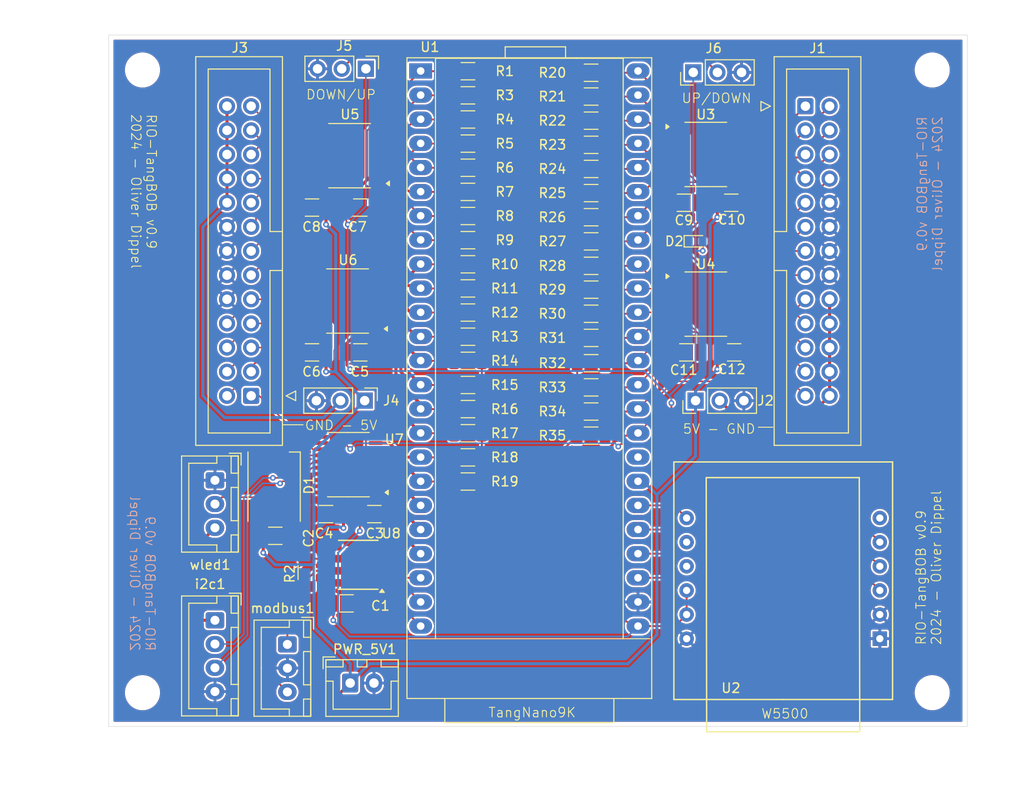
<source format=kicad_pcb>
(kicad_pcb (version 20240108) (generator "pcbnew") (generator_version "8.0")
  (layers (0 "F.Cu" signal) (31 "B.Cu" signal) (34 "B.Paste" user) (35 "F.Paste" user) (36 "B.SilkS" user "B.Silkscreen") (37 "F.SilkS" user "F.Silkscreen") (38 "B.Mask" user) (39 "F.Mask" user) (44 "Edge.Cuts" user))
  (net 0 "")
  (net 1 "GND")
  (net 2 "39")
  (net 3 "63")
  (net 4 "85")
  (net 5 "82")
  (net 6 "81")
  (net 7 "77")
  (net 8 "3V3")
  (net 9 "83")
  (net 10 "71")
  (net 11 "27")
  (net 12 "73")
  (net 13 "80")
  (net 14 "28")
  (net 15 "75")
  (net 16 "38")
  (net 17 "76")
  (net 18 "84")
  (net 19 "74")
  (net 20 "36")
  (net 21 "25")
  (net 22 "5V")
  (net 23 "79")
  (net 24 "72")
  (net 25 "26")
  (net 26 "86")
  (net 27 "37")
  (net 31 "Net-(J1-Pin_18)")
  (net 32 "Net-(U1-39_IOB33A_TF_MISO)")
  (net 33 "Net-(U1-RGB_INIT_IOR5A_63)")
  (net 34 "Net-(U1-IOT8B_85)")
  (net 35 "Net-(U1-IOT11A_82)")
  (net 36 "Net-(U1-IOT11B_81)")
  (net 37 "Net-(U1-SPILCD_MO_IOT37A_77)")
  (net 38 "Net-(U1-IOT10B_83)")
  (net 39 "Net-(U1-HDMI_D0P_RGB_R7_IOT41A_71)")
  (net 40 "Net-(U1-27_IOB11A)")
  (net 41 "Net-(U1-HDMI_D1P_RGB_R5_IOT39A_73)")
  (net 42 "Net-(U1-IOT12A_80)")
  (net 43 "Net-(U1-28_IOB11B)")
  (net 44 "Net-(U1-HDMI_D2P_RGB_R3_IOT38A_75)")
  (net 45 "Net-(U1-38_IOB31B_TF_CS)")
  (net 46 "Net-(U1-SPILCD_CK_IOT37B_76)")
  (net 47 "Net-(U1-IOT10A_84)")
  (net 48 "Net-(U1-HDMI_D2N_RGB_R4_IOT38B_74)")
  (net 49 "Net-(U1-36_IOB29B_TF_SCLK_GCLKC_4)")
  (net 50 "Net-(U1-25_IOB8A)")
  (net 51 "Net-(U1-IOT12B_79)")
  (net 52 "Net-(U1-HDMI_D1N_RGB_R6_IOT39B_72)")
  (net 53 "Net-(U1-26_IOB8B)")
  (net 54 "Net-(U1-RGB_BL_IOT8A_86)")
  (net 55 "Net-(U1-37_IOB31A_TF_MOSI)")
  (net 56 "Net-(U1-42_IOB41B_RGB_B6)")
  (net 57 "Net-(U1-30_IOB13B)")
  (net 58 "Net-(U1-40_IOB33B_RGB_HS)")
  (net 59 "Net-(U1-56_IOR14A_RGB_G6)")
  (net 60 "Net-(U1-34_IOB23B_RGB_VS)")
  (net 61 "Net-(U1-29_IOB13A)")
  (net 62 "32")
  (net 63 "Net-(U1-55_IOR14B_RGB_G7)")
  (net 64 "Net-(U1-41_IOB41A_RGB_B7)")
  (net 65 "31")
  (net 66 "Net-(U1-33_IOB23A_RGB_DE)")
  (net 67 "48")
  (net 68 "Net-(U1-53_IOB15B_RGB_B4)")
  (net 69 "Net-(U1-54_IOB15A_RGB_B3)")
  (net 70 "Net-(U1-51_IOR17B_RGB_B5_GCLKC_3)")
  (net 71 "Net-(U1-35_IOB29A_RGB_CK_GCLKT_4)")
  (net 72 "70")
  (net 73 "49")
  (net 74 "33")
  (net 75 "29")
  (net 76 "35")
  (net 77 "40")
  (net 78 "30")
  (net 79 "34")
  (net 80 "41")
  (net 81 "42")
  (net 82 "68")
  (net 83 "69")
  (net 84 "54")
  (net 85 "55")
  (net 86 "56")
  (net 87 "53")
  (net 88 "57")
  (net 89 "51")
  (net 90 "Net-(J3-Pin_18)")
  (net 91 "Net-(D1-DOUT)")
  (net 92 "Net-(U8-A)")
  (net 93 "Net-(U8-B)")
  (net 94 "Net-(J5-Pin_2)")
  (net 95 "Net-(J6-Pin_2)")
  (net 102 "2V7")
  (footprint "Package_SO:TSSOP-20_4.4x6.5mm_P0.65mm" (layer "F.Cu") (at 143.3165 54.864)
    (property "Reference" "U3")
    (property "Value" "TXS0108EPW")
  )
  (footprint "Resistor_SMD:R_1206_3216Metric" (layer "F.Cu") (at 118.3025 68.961)
    (property "Reference" "R11")
    (property "Value" "10k")
  )
  (footprint "WIZ850io-KiCad-library:WIZ850io" (layer "F.Cu") (at 151.4602 105.8222 180)
    (property "Reference" "U2")
    (property "Value" "WIZ850io")
  )
  (footprint "Resistor_SMD:R_1206_3216Metric" (layer "F.Cu") (at 118.3025 48.641)
    (property "Reference" "R3")
    (property "Value" "10k")
  )
  (footprint "Capacitor_SMD:C_1206_3216Metric" (layer "F.Cu") (at 146.304 75.692)
    (property "Reference" "C12")
    (property "Value" "100n")
  )
  (footprint "Resistor_SMD:R_1206_3216Metric" (layer "F.Cu") (at 118.3025 66.421)
    (property "Reference" "R10")
    (property "Value" "10k")
  )
  (footprint "Resistor_SMD:R_1206_3216Metric" (layer "F.Cu") (at 118.2985 58.801)
    (property "Reference" "R7")
    (property "Value" "10k")
  )
  (footprint "Resistor_SMD:R_1206_3216Metric" (layer "F.Cu") (at 131.2565 48.768 180)
    (property "Reference" "R21")
    (property "Value" "10k")
  )
  (footprint "Resistor_SMD:R_1206_3216Metric" (layer "F.Cu") (at 131.2565 51.308 180)
    (property "Reference" "R22")
    (property "Value" "10k")
  )
  (footprint "Resistor_SMD:R_1206_3216Metric" (layer "F.Cu") (at 118.2985 86.741)
    (property "Reference" "R18")
    (property "Value" "10k")
  )
  (footprint "Resistor_SMD:R_1206_3216Metric" (layer "F.Cu") (at 118.3025 81.661)
    (property "Reference" "R16")
    (property "Value" "10k")
  )
  (footprint "Package_SO:Diodes_SO-8EP" (layer "F.Cu") (at 106.7645 98.044 180)
    (property "Reference" "U8")
    (property "Value" "MAX485E" (hide yes))
  )
  (footprint "Package_SO:TSSOP-20_4.4x6.5mm_P0.65mm" (layer "F.Cu") (at 105.7325 87.507 180)
    (property "Reference" "U7")
    (property "Value" "TXS0108EPW" (hide yes))
  )
  (footprint "Resistor_SMD:R_1206_3216Metric" (layer "F.Cu") (at 131.2565 46.264 180)
    (property "Reference" "R20")
    (property "Value" "10k")
  )
  (footprint "Connector_PinHeader_2.54mm:PinHeader_1x03_P2.54mm_Vertical" (layer "F.Cu") (at 142.24 80.772 90)
    (property "Reference" "J2")
    (property "Value" "Conn_01x03" (hide yes))
  )
  (footprint "Resistor_SMD:R_1206_3216Metric" (layer "F.Cu") (at 131.2565 81.915 180)
    (property "Reference" "R34")
    (property "Value" "10k")
  )
  (footprint "Connector_JST:JST_XH_B3B-XH-A_1x03_P2.50mm_Vertical" (layer "F.Cu") (at 99.314 106.426 -90)
    (property "Reference" "modbus1")
    (property "Value" "Conn_01x03" (hide yes))
  )
  (footprint "Resistor_SMD:R_1206_3216Metric" (layer "F.Cu") (at 131.2565 56.388 180)
    (property "Reference" "R24")
    (property "Value" "10k")
  )
  (footprint "Package_SO:TSSOP-20_4.4x6.5mm_P0.65mm" (layer "F.Cu") (at 105.6445 70.287 180)
    (property "Reference" "U6")
    (property "Value" "TXS0108EPW" (hide yes))
  )
  (footprint "Capacitor_SMD:C_1206_3216Metric" (layer "F.Cu") (at 103.378 92.71 180)
    (property "Reference" "C4")
    (property "Value" "100n")
  )
  (footprint "Capacitor_SMD:C_1206_3216Metric" (layer "F.Cu") (at 106.983 75.692)
    (property "Reference" "C5")
    (property "Value" "100n")
  )
  (footprint "Resistor_SMD:R_1206_3216Metric" (layer "F.Cu") (at 118.2985 61.341)
    (property "Reference" "R8")
    (property "Value" "10k")
  )
  (footprint "MountingHole:MountingHole_3.2mm_M3_DIN965" (layer "F.Cu") (at 84.074 111.506)
    (property "Reference" "H2" (hide yes))
    (property "Value" "MountingHole" (hide yes))
  )
  (footprint "Resistor_SMD:R_1206_3216Metric" (layer "F.Cu") (at 131.2565 66.584 180)
    (property "Reference" "R28")
    (property "Value" "10k")
  )
  (footprint "Capacitor_SMD:C_1206_3216Metric" (layer "F.Cu") (at 105.537 102.108)
    (property "Reference" "C1")
    (property "Value" "100n")
  )
  (footprint "Package_SO:TSSOP-20_4.4x6.5mm_P0.65mm" (layer "F.Cu") (at 105.8575 54.991 180)
    (property "Reference" "U5")
    (property "Value" "TXS0108EPW")
  )
  (footprint "LED_SMD:LED_WS2812B_PLCC4_5.0x5.0mm_P3.2mm" (layer "F.Cu") (at 97.918 89.826 90)
    (property "Reference" "D1")
    (property "Value" "WS2812B" (hide yes))
  )
  (footprint "Diode_SMD:D_SOD-523" (layer "F.Cu") (at 142.3 64)
    (property "Reference" "D2")
    (property "Value" "1N4148WT")
  )
  (footprint "Capacitor_SMD:C_1206_3216Metric" (layer "F.Cu") (at 101.903 60.452 180)
    (property "Reference" "C8")
    (property "Value" "100n")
  )
  (footprint "Connector_JST:JST_XH_B4B-XH-A_1x04_P2.50mm_Vertical" (layer "F.Cu") (at 91.694 103.886 -90)
    (property "Reference" "i2c1")
    (property "Value" "Conn_01x03" (hide yes))
  )
  (footprint "Resistor_SMD:R_1206_3216Metric" (layer "F.Cu") (at 118.3025 53.721)
    (property "Reference" "R5")
    (property "Value" "10k")
  )
  (footprint "Resistor_SMD:R_1206_3216Metric" (layer "F.Cu") (at 118.3025 56.261)
    (property "Reference" "R6")
    (property "Value" "10k")
  )
  (footprint "Capacitor_SMD:C_1206_3216Metric" (layer "F.Cu") (at 146.001 59.944)
    (property "Reference" "C10")
    (property "Value" "100n")
  )
  (footprint "Resistor_SMD:R_1206_3216Metric" (layer "F.Cu") (at 131.2565 76.835 180)
    (property "Reference" "R32")
    (property "Value" "10k")
  )
  (footprint "Resistor_SMD:R_1206_3216Metric" (layer "F.Cu") (at 118.3025 51.181)
    (property "Reference" "R4")
    (property "Value" "10k")
  )
  (footprint "Resistor_SMD:R_1206_3216Metric" (layer "F.Cu") (at 118.3025 71.501)
    (property "Reference" "R12")
    (property "Value" "10k")
  )
  (footprint "Resistor_SMD:R_1206_3216Metric" (layer "F.Cu") (at 118.3025 46.101)
    (property "Reference" "R1")
    (property "Value" "10k")
  )
  (footprint "MountingHole:MountingHole_3.2mm_M3_DIN965" (layer "F.Cu") (at 84.074 45.974)
    (property "Reference" "H1" (hide yes))
    (property "Value" "MountingHole" (hide yes))
  )
  (footprint "Resistor_SMD:R_1206_3216Metric" (layer "F.Cu") (at 131.2565 53.848 180)
    (property "Reference" "R23")
    (property "Value" "10k")
  )
  (footprint "Connector_JST:JST_XH_B2B-XH-A_1x02_P2.50mm_Vertical" (layer "F.Cu") (at 105.918 110.49)
    (property "Reference" "PWR_5V1")
    (property "Value" "Conn_01x03" (hide yes))
  )
  (footprint "Resistor_SMD:R_1206_3216Metric" (layer "F.Cu") (at 118.3025 74.041)
    (property "Reference" "R13")
    (property "Value" "10k")
  )
  (footprint "Capacitor_SMD:C_1206_3216Metric" (layer "F.Cu") (at 108.458 92.71)
    (property "Reference" "C3")
    (property "Value" "100n")
  )
  (footprint "Resistor_SMD:R_1206_3216Metric" (layer "F.Cu") (at 131.2565 69.088 180)
    (property "Reference" "R29")
    (property "Value" "10k")
  )
  (footprint "Connector_PinHeader_2.54mm:PinHeader_1x03_P2.54mm_Vertical" (layer "F.Cu") (at 107.569 45.847 -90)
    (property "Reference" "J5")
    (property "Value" "Conn_01x03" (hide yes))
  )
  (footprint "Resistor_SMD:R_1206_3216Metric" (layer "F.Cu") (at 118.3025 76.581)
    (property "Reference" "R14")
    (property "Value" "10k")
  )
  (footprint "Connector_IDC:IDC-Header_2x13_P2.54mm_Vertical" (layer "F.Cu") (at 95.504 80.264 180)
    (property "Reference" "J3")
    (property "Value" "Conn_02x13_Odd_Even" (hide yes))
  )
  (footprint "Connector_IDC:IDC-Header_2x13_P2.54mm_Vertical" (layer "F.Cu") (at 153.797 49.784)
    (property "Reference" "J1")
    (property "Value" "Conn_02x13_Odd_Even" (hide yes))
  )
  (footprint "Capacitor_SMD:C_1206_3216Metric" (layer "F.Cu") (at 141.019 59.944 180)
    (property "Reference" "C9")
    (property "Value" "100n")
  )
  (footprint "Resistor_SMD:R_1206_3216Metric" (layer "F.Cu") (at 118.3025 79.121)
    (property "Reference" "R15")
    (property "Value" "10k")
  )
  (footprint "Resistor_SMD:R_1206_3216Metric" (layer "F.Cu") (at 131.2565 58.928 180)
    (property "Reference" "R25")
    (property "Value" "10k")
  )
  (footprint "Resistor_SMD:R_1206_3216Metric" (layer "F.Cu") (at 131.2565 64.008 180)
    (property "Reference" "R27")
    (property "Value" "10k")
  )
  (footprint "Capacitor_SMD:C_1206_3216Metric" (layer "F.Cu") (at 141.273 75.692 180)
    (property "Reference" "C11")
    (property "Value" "100n")
  )
  (footprint "Resistor_SMD:R_1206_3216Metric" (layer "F.Cu") (at 131.2565 61.468 180)
    (property "Reference" "R26")
    (property "Value" "10k")
  )
  (footprint "Resistor_SMD:R_1206_3216Metric" (layer "F.Cu") (at 118.3025 89.281)
    (property "Reference" "R19")
    (property "Value" "10k")
  )
  (footprint "MountingHole:MountingHole_3.2mm_M3_DIN965" (layer "F.Cu") (at 167.132 45.974)
    (property "Reference" "H3" (hide yes))
    (property "Value" "MountingHole" (hide yes))
  )
  (footprint "Resistor_SMD:R_1206_3216Metric" (layer "F.Cu") (at 101.346 98.8675 -90)
    (property "Reference" "R2")
    (property "Value" "120")
  )
  (footprint "Resistor_SMD:R_1206_3216Metric" (layer "F.Cu") (at 131.2565 79.375 180)
    (property "Reference" "R33")
    (property "Value" "10k")
  )
  (footprint "Resistor_SMD:R_1206_3216Metric" (layer "F.Cu") (at 118.2985 84.201)
    (property "Reference" "R17")
    (property "Value" "10k")
  )
  (footprint "Connector_PinHeader_2.54mm:PinHeader_1x03_P2.54mm_Vertical" (layer "F.Cu") (at 107.442 80.772 -90)
    (property "Reference" "J4")
    (property "Value" "Conn_01x03" (hide yes))
  )
  (footprint "Resistor_SMD:R_1206_3216Metric" (layer "F.Cu") (at 118.3025 63.881)
    (property "Reference" "R9")
    (property "Value" "10k")
  )
  (footprint "Resistor_SMD:R_1206_3216Metric" (layer "F.Cu") (at 131.2565 84.455 180)
    (property "Reference" "R35")
    (property "Value" "10k")
  )
  (footprint "Package_SO:TSSOP-20_4.4x6.5mm_P0.65mm" (layer "F.Cu") (at 143.3245 70.612)
    (property "Reference" "U4")
    (property "Value" "TXS0108EPW")
  )
  (footprint "Connector_PinHeader_2.54mm:PinHeader_1x03_P2.54mm_Vertical" (layer "F.Cu") (at 142.001 46.228 90)
    (property "Reference" "J6")
    (property "Value" "Conn_01x03" (hide yes))
  )
  (footprint "Connector_JST:JST_XH_B3B-XH-A_1x03_P2.50mm_Vertical" (layer "F.Cu") (at 91.694 89.154 -90)
    (property "Reference" "wled1")
    (property "Value" "Conn_01x03" (hide yes))
  )
  (footprint "MountingHole:MountingHole_3.2mm_M3_DIN965" (layer "F.Cu") (at 167.132 111.506)
    (property "Reference" "H4" (hide yes))
    (property "Value" "MountingHole" (hide yes))
  )
  (footprint "Capacitor_SMD:C_1206_3216Metric" (layer "F.Cu") (at 101.903 75.692 180)
    (property "Reference" "C6")
    (property "Value" "100n")
  )
  (footprint "Resistor_SMD:R_1206_3216Metric" (layer "F.Cu") (at 131.2565 71.628 180)
    (property "Reference" "R30")
    (property "Value" "10k")
  )
  (footprint "Capacitor_SMD:C_1206_3216Metric" (layer "F.Cu") (at 98.044 94.996)
    (property "Reference" "C2")
    (property "Value" "100n")
  )
  (footprint "Resistor_SMD:R_1206_3216Metric" (layer "F.Cu") (at 131.2565 74.168 180)
    (property "Reference" "R31")
    (property "Value" "10k")
  )
  (footprint "Capacitor_SMD:C_1206_3216Metric" (layer "F.Cu") (at 106.983 60.452)
    (property "Reference" "C7")
    (property "Value" "100n")
  )
  (footprint "Mis_huellas:Tang_Nano_9k" (layer "F.Cu") (at 113.3298 46.0756)
    (property "Reference" "U1")
    (property "Value" "Tang_Nano_9k")
  )
  (gr_line (start 100.965 83.312) (end 98.806 83.312) (stroke (width 0.1)) (layer "F.SilkS"))
  (gr_line (start 148.844 83.566) (end 150.368 83.566) (stroke (width 0.1)) (layer "F.SilkS"))
  (gr_rect (start 80.518 42.291) (end 170.815 115.062) (stroke (width 0.05)) (fill none) (layer "Edge.Cuts"))
  (gr_text "RIO-TangBOB v0.9\n2024 - Oliver Dippel" (at 82.677 107.188 -90) (layer "B.SilkS") (effects (font (size 1 1) (thickness 0.1)) (justify left bottom mirror)))
  (gr_text "RIO-TangBOB v0.9\n2024 - Oliver Dippel" (at 168.275 50.8 90) (layer "B.SilkS") (effects (font (size 1 1) (thickness 0.1)) (justify left bottom mirror)))
  (gr_text "TangNano9K" (at 120.396 114.173 0) (layer "F.SilkS") (effects (font (size 1 1) (thickness 0.1)) (justify left bottom)))
  (gr_text "RIO-TangBOB v0.9\n2024 - Oliver Dippel" (at 168.148 106.553 90) (layer "F.SilkS") (effects (font (size 1 1) (thickness 0.1)) (justify left bottom)))
  (gr_text "W5500" (at 149.098 114.3 0) (layer "F.SilkS") (effects (font (size 1 1) (thickness 0.1)) (justify left bottom)))
  (gr_text "RIO-TangBOB v0.9\n2024 - Oliver Dippel" (at 82.804 50.546 -90) (layer "F.SilkS") (effects (font (size 1 1) (thickness 0.1)) (justify left bottom)))
  (gr_text "UP/DOWN" (at 140.716 49.53 0) (layer "F.SilkS") (effects (font (size 1 1) (thickness 0.1)) (justify left bottom)))
  (gr_text "DOWN/UP" (at 101.219 49.149 0) (layer "F.SilkS") (effects (font (size 1 1) (thickness 0.1)) (justify left bottom)))
  (gr_text "GND - 5V" (at 101.092 83.947 0) (layer "F.SilkS") (effects (font (size 1 1) (thickness 0.1)) (justify left bottom)))
  (gr_text "5V - GND" (at 140.843 84.328 0) (layer "F.SilkS") (effects (font (size 1 1) (thickness 0.1)) (justify left bottom)))
  (segment (start 102.995 54.666) (end 100.272884 54.666) (width 0.16) (layer "F.Cu") (net 2))
  (segment (start 97.534884 57.404) (end 95.504 57.404) (width 0.16) (layer "F.Cu") (net 2))
  (segment (start 100.272884 54.666) (end 97.534884 57.404) (width 0.16) (layer "F.Cu") (net 2))
  (segment (start 146.179 51.939) (end 146.834956 51.939) (width 0.2) (layer "F.Cu") (net 3))
  (segment (start 146.834956 51.939) (end 147.473956 52.578) (width 0.2) (layer "F.Cu") (net 3))
  (segment (start 147.473956 52.578) (end 151.003 52.578) (width 0.2) (layer "F.Cu") (net 3))
  (segment (start 151.003 52.578) (end 153.797 49.784) (width 0.2) (layer "F.Cu") (net 3))
  (segment (start 146.22 53.848) (end 152.273 53.848) (width 0.2) (layer "F.Cu") (net 4))
  (segment (start 146.179 53.889) (end 146.22 53.848) (width 0.2) (layer "F.Cu") (net 4))
  (segment (start 152.273 53.848) (end 153.797 52.324) (width 0.2) (layer "F.Cu") (net 4))
  (segment (start 155.187 56.014) (end 156.337 54.864) (width 0.2) (layer "F.Cu") (net 5))
  (segment (start 153.320654 56.014) (end 155.187 56.014) (width 0.2) (layer "F.Cu") (net 5))
  (segment (start 146.179 55.839) (end 153.145654 55.839) (width 0.2) (layer "F.Cu") (net 5))
  (segment (start 153.145654 55.839) (end 153.320654 56.014) (width 0.2) (layer "F.Cu") (net 5))
  (segment (start 146.179 56.489) (end 152.882 56.489) (width 0.2) (layer "F.Cu") (net 6))
  (segment (start 152.882 56.489) (end 153.797 57.404) (width 0.2) (layer "F.Cu") (net 6))
  (segment (start 147.294 68.987) (end 153.797 62.484) (width 0.16) (layer "F.Cu") (net 7))
  (segment (start 146.187 68.987) (end 147.294 68.987) (width 0.16) (layer "F.Cu") (net 7))
  (segment (start 107.582751 90.056751) (end 107.857501 89.782) (width 0.2) (layer "F.Cu") (net 8))
  (segment (start 105.508 62.074) (end 105.508 60.452) (width 0.16) (layer "F.Cu") (net 8))
  (segment (start 108.72 52.066) (end 107.982501 52.066) (width 0.16) (layer "F.Cu") (net 8))
  (segment (start 108.72 57.266) (end 107.97919 57.266) (width 0.32) (layer "F.Cu") (net 8))
  (segment (start 107.97919 57.266) (end 107.133595 58.111595) (width 0.32) (layer "F.Cu") (net 8))
  (segment (start 105.918 77.47) (end 105.508 77.06) (width 0.16) (layer "F.Cu") (net 8))
  (segment (start 105.508 59.73719) (end 105.508 60.452) (width 0.32) (layer "F.Cu") (net 8))
  (segment (start 108.507 72.562) (end 107.738 72.562) (width 0.32) (layer "F.Cu") (net 8))
  (segment (start 107.7025 52.346001) (end 107.7025 57.54269) (width 0.16) (layer "F.Cu") (net 8))
  (segment (start 108.507 67.362) (end 107.879328 67.362) (width 0.16) (layer "F.Cu") (net 8))
  (segment (start 107.133595 58.111595) (end 105.508 59.73719) (width 0.32) (layer "F.Cu") (net 8))
  (segment (start 133.35 89.408) (end 134.6024 88.1556) (width 0.2) (layer "F.Cu") (net 8))
  (segment (start 107.295 73.005) (end 105.508 74.792) (width 0.32) (layer "F.Cu") (net 8))
  (segment (start 104.14 102.186) (end 104.062 102.108) (width 0.2) (layer "F.Cu") (net 8))
  (segment (start 107.857501 89.782) (end 108.595 89.782) (width 0.2) (layer "F.Cu") (net 8))
  (segment (start 133.35 102.362) (end 133.35 89.408) (width 0.2) (layer "F.Cu") (net 8))
  (segment (start 105.508 77.06) (end 105.508 75.692) (width 0.16) (layer "F.Cu") (net 8))
  (segment (start 143 65) (end 143 64) (width 0.2) (layer "F.Cu") (net 8))
  (segment (start 134.6024 88.1556) (end 138.6664 88.1556) (width 0.2) (layer "F.Cu") (net 8))
  (segment (start 104.267 99.949) (end 104.267 100.076) (width 0.2) (layer "F.Cu") (net 8))
  (segment (start 107.7025 57.54269) (end 107.133595 58.111595) (width 0.16) (layer "F.Cu") (net 8))
  (segment (start 136.1898 104.4956) (end 140.0868 104.4956) (width 0.2) (layer "F.Cu") (net 8))
  (segment (start 105.508 74.792) (end 105.508 75.692) (width 0.32) (layer "F.Cu") (net 8))
  (segment (start 108.595 84.582) (end 107.857501 84.582) (width 0.16) (layer "F.Cu") (net 8))
  (segment (start 104.14 103.886) (end 104.14 102.186) (width 0.2) (layer "F.Cu") (net 8))
  (segment (start 135.4836 104.4956) (end 133.35 102.362) (width 0.2) (layer "F.Cu") (net 8))
  (segment (start 107.5775 84.862001) (end 107.5775 90.0515) (width 0.16) (layer "F.Cu") (net 8))
  (segment (start 107.879328 67.362) (end 107.295 67.946328) (width 0.16) (layer "F.Cu") (net 8))
  (segment (start 140.0868 104.4956) (end 141.3002 103.2822) (width 0.2) (layer "F.Cu") (net 8))
  (segment (start 104.062 100.281) (end 104.062 102.108) (width 0.2) (layer "F.Cu") (net 8))
  (segment (start 107.738 72.562) (end 107.295 73.005) (width 0.32) (layer "F.Cu") (net 8))
  (segment (start 139.7 87.122) (end 139.7 81.026) (width 0.2) (layer "F.Cu") (net 8))
  (segment (start 141.3002 103.2822) (end 141.3002 100.7422) (width 0.2) (layer "F.Cu") (net 8))
  (segment (start 107.857501 84.582) (end 107.5775 84.862001) (width 0.16) (layer "F.Cu") (net 8))
  (segment (start 106.934 94.488) (end 106.934 92.759) (width 0.2) (layer "F.Cu") (net 8))
  (segment (start 104.267 100.076) (end 104.062 100.281) (width 0.2) (layer "F.Cu") (net 8))
  (segment (start 105.664 62.23) (end 105.508 62.074) (width 0.16) (layer "F.Cu") (net 8))
  (segment (start 106.934 92.759) (end 106.983 92.71) (width 0.2) (layer "F.Cu") (net 8))
  (segment (start 107.5775 90.0515) (end 107.582751 90.056751) (width 0.16) (layer "F.Cu") (net 8))
  (segment (start 106.983 90.656501) (end 107.582751 90.056751) (width 0.2) (layer "F.Cu") (net 8))
  (segment (start 107.982501 52.066) (end 107.7025 52.346001) (width 0.16) (layer "F.Cu") (net 8))
  (segment (start 136.1898 104.4956) (end 135.4836 104.4956) (width 0.2) (layer "F.Cu") (net 8))
  (segment (start 138.6664 88.1556) (end 139.7 87.122) (width 0.2) (layer "F.Cu") (net 8))
  (segment (start 106.983 92.71) (end 106.983 90.656501) (width 0.2) (layer "F.Cu") (net 8))
  (segment (start 107.295 67.946328) (end 107.295 73.005) (width 0.16) (layer "F.Cu") (net 8))
  (via (at 104.14 103.886) (size 0.6) (drill 0.3) (layers "F.Cu" "B.Cu") (net 8))
  (via (at 139.7 81.026) (size 0.6) (drill 0.3) (layers "F.Cu" "B.Cu") (net 8))
  (via (at 143 65) (size 0.6) (drill 0.3) (layers "F.Cu" "B.Cu") (net 8))
  (via (at 105.918 77.47) (size 0.6) (drill 0.3) (layers "F.Cu" "B.Cu") (net 8))
  (via (at 106.934 94.488) (size 0.6) (drill 0.3) (layers "F.Cu" "B.Cu") (net 8))
  (via (at 105.664 62.23) (size 0.6) (drill 0.3) (layers "F.Cu" "B.Cu") (net 8))
  (segment (start 139.7 80.518) (end 139.446 80.264) (width 0.2) (layer "B.Cu") (net 8))
  (segment (start 107.569 45.847) (end 107.569 60.325) (width 0.16) (layer "B.Cu") (net 8))
  (segment (start 142.24 65) (end 142.24 62.192757) (width 0.2) (layer "B.Cu") (net 8))
  (segment (start 142.24 77.47) (end 142.24 65) (width 0.2) (layer "B.Cu") (net 8))
  (segment (start 135.0898 105.5956) (end 105.8496 105.5956) (width 0.2) (layer "B.Cu") (net 8))
  (segment (start 106.1036 77.6556) (end 105.918 77.47) (width 0.2) (layer "B.Cu") (net 8))
  (segment (start 104.775 104.521) (end 104.14 103.886) (width 0.2) (layer "B.Cu") (net 8))
  (segment (start 136.8376 77.6556) (end 106.1036 77.6556) (width 0.2) (layer "B.Cu") (net 8))
  (segment (start 139.7 81.026) (end 139.7 80.518) (width 0.2) (layer "B.Cu") (net 8))
  (segment (start 139.446 80.264) (end 142.24 77.47) (width 0.2) (layer "B.Cu") (net 8))
  (segment (start 104.648 104.394) (end 104.775 104.521) (width 0.2) (layer "B.Cu") (net 8))
  (segment (start 139.446 80.264) (end 136.8376 77.6556) (width 0.2) (layer "B.Cu") (net 8))
  (segment (start 105.664 62.23) (end 105.664 77.216) (width 0.16) (layer "B.Cu") (net 8))
  (segment (start 136.1898 104.4956) (end 135.0898 105.5956) (width 0.2) (layer "B.Cu") (net 8))
  (segment (start 104.648 96.774) (end 104.648 104.394) (width 0.2) (layer "B.Cu") (net 8))
  (segment (start 142.24 62.192757) (end 142.001 61.953757) (width 0.2) (layer "B.Cu") (net 8))
  (segment (start 105.8496 105.5956) (end 104.775 104.521) (width 0.2) (layer "B.Cu") (net 8))
  (segment (start 142.24 65) (end 143 65) (width 0.2) (layer "B.Cu") (net 8))
  (segment (start 105.664 77.216) (end 105.918 77.47) (width 0.16) (layer "B.Cu") (net 8))
  (segment (start 142.001 61.953757) (end 142.001 46.228) (width 0.2) (layer "B.Cu") (net 8))
  (segment (start 106.934 94.488) (end 104.648 96.774) (width 0.2) (layer "B.Cu") (net 8))
  (segment (start 107.569 60.325) (end 105.664 62.23) (width 0.16) (layer "B.Cu") (net 8))
  (segment (start 146.179 55.189) (end 153.472 55.189) (width 0.2) (layer "F.Cu") (net 9))
  (segment (start 153.472 55.189) (end 153.797 54.864) (width 0.2) (layer "F.Cu") (net 9))
  (segment (start 146.187 72.887) (end 148.96 72.887) (width 0.16) (layer "F.Cu") (net 10))
  (segment (start 148.96 72.887) (end 153.797 77.724) (width 0.16) (layer "F.Cu") (net 10))
  (segment (start 96.634 60.921179) (end 96.634 63.894) (width 0.16) (layer "F.Cu") (net 11))
  (segment (start 96.994 59.472232) (end 96.994 60.561179) (width 0.16) (layer "F.Cu") (net 11))
  (segment (start 102.995 56.616) (end 99.850232 56.616) (width 0.16) (layer "F.Cu") (net 11))
  (segment (start 96.994 60.561179) (end 96.634 60.921179) (width 0.16) (layer "F.Cu") (net 11))
  (segment (start 96.634 63.894) (end 95.504 65.024) (width 0.16) (layer "F.Cu") (net 11))
  (segment (start 99.850232 56.616) (end 96.994 59.472232) (width 0.16) (layer "F.Cu") (net 11))
  (segment (start 146.187 71.587) (end 152.74 71.587) (width 0.16) (layer "F.Cu") (net 12))
  (segment (start 152.74 71.587) (end 153.797 72.644) (width 0.16) (layer "F.Cu") (net 12))
  (segment (start 155.187 58.554) (end 156.337 57.404) (width 0.2) (layer "F.Cu") (net 13))
  (segment (start 151.905654 57.139) (end 153.320654 58.554) (width 0.2) (layer "F.Cu") (net 13))
  (segment (start 153.320654 58.554) (end 155.187 58.554) (width 0.2) (layer "F.Cu") (net 13))
  (segment (start 146.179 57.139) (end 151.905654 57.139) (width 0.2) (layer "F.Cu") (net 13))
  (segment (start 96.994 64.195938) (end 96.634 64.555938) (width 0.16) (layer "F.Cu") (net 14))
  (segment (start 96.634 66.434) (end 95.504 67.564) (width 0.16) (layer "F.Cu") (net 14))
  (segment (start 96.994 61.248) (end 96.994 64.195938) (width 0.16) (layer "F.Cu") (net 14))
  (segment (start 99.059348 57.916) (end 97.354 59.621348) (width 0.16) (layer "F.Cu") (net 14))
  (segment (start 96.634 64.555938) (end 96.634 66.434) (width 0.16) (layer "F.Cu") (net 14))
  (segment (start 102.995 57.916) (end 99.059348 57.916) (width 0.16) (layer "F.Cu") (net 14))
  (segment (start 97.354 59.621348) (end 97.354 60.888) (width 0.16) (layer "F.Cu") (net 14))
  (segment (start 97.354 60.888) (end 96.994 61.248) (width 0.16) (layer "F.Cu") (net 14))
  (segment (start 146.187 70.287) (end 147.012232 70.287) (width 0.16) (layer "F.Cu") (net 15))
  (segment (start 149.735232 67.564) (end 153.797 67.564) (width 0.16) (layer "F.Cu") (net 15))
  (segment (start 147.012232 70.287) (end 149.735232 67.564) (width 0.16) (layer "F.Cu") (net 15))
  (segment (start 98.436 52.716) (end 95.504 49.784) (width 0.16) (layer "F.Cu") (net 16))
  (segment (start 102.995 52.716) (end 98.436 52.716) (width 0.16) (layer "F.Cu") (net 16))
  (segment (start 146.187 69.637) (end 147.153116 69.637) (width 0.16) (layer "F.Cu") (net 17))
  (segment (start 147.153116 69.637) (end 151.766116 65.024) (width 0.16) (layer "F.Cu") (net 17))
  (segment (start 151.766116 65.024) (end 153.797 65.024) (width 0.16) (layer "F.Cu") (net 17))
  (segment (start 153.560654 53.474) (end 155.187 53.474) (width 0.2) (layer "F.Cu") (net 18))
  (segment (start 155.187 53.474) (end 156.337 52.324) (width 0.2) (layer "F.Cu") (net 18))
  (segment (start 146.179 54.539) (end 152.495654 54.539) (width 0.2) (layer "F.Cu") (net 18))
  (segment (start 152.495654 54.539) (end 153.560654 53.474) (width 0.2) (layer "F.Cu") (net 18))
  (segment (start 152.964 70.937) (end 153.797 70.104) (width 0.16) (layer "F.Cu") (net 19))
  (segment (start 146.187 70.937) (end 152.964 70.937) (width 0.16) (layer "F.Cu") (net 19))
  (segment (start 102.197328 53.846) (end 101.787328 53.436) (width 0.16) (layer "F.Cu") (net 20))
  (segment (start 96.932 53.436) (end 95.504 54.864) (width 0.16) (layer "F.Cu") (net 20))
  (segment (start 101.787328 53.436) (end 96.932 53.436) (width 0.16) (layer "F.Cu") (net 20))
  (segment (start 102.825 53.846) (end 102.197328 53.846) (width 0.16) (layer "F.Cu") (net 20))
  (segment (start 102.995 54.016) (end 102.825 53.846) (width 0.16) (layer "F.Cu") (net 20))
  (segment (start 102.995 55.316) (end 100.132 55.316) (width 0.16) (layer "F.Cu") (net 21))
  (segment (start 100.132 55.316) (end 95.504 59.944) (width 0.16) (layer "F.Cu") (net 21))
  (segment (start 105.213687 94.176313) (end 105.213687 93.070687) (width 0.32) (layer "F.Cu") (net 22))
  (segment (start 145.1615 52.869001) (end 145.1615 59.3085) (width 0.16) (layer "F.Cu") (net 22))
  (segment (start 144.526 75.741) (end 144.575 75.692) (width 0.32) (layer "F.Cu") (net 22))
  (segment (start 89.154 103.886) (end 89.154 96.694) (width 0.32) (layer "F.Cu") (net 22))
  (segment (start 103.8795 72.91869) (end 103.8795 75.1905) (width 0.32) (layer "F.Cu") (net 22))
  (segment (start 105.918 110.49) (end 102.87 113.538) (width 0.32) (layer "F.Cu") (net 22))
  (segment (start 145.1695 75.3515) (end 144.829 75.692) (width 0.16) (layer "F.Cu") (net 22))
  (segment (start 103.8795 75.1905) (end 103.378 75.692) (width 0.32) (layer "F.Cu") (net 22))
  (segment (start 103.378 77.724) (end 103.378 75.692) (width 0.32) (layer "F.Cu") (net 22))
  (segment (start 145.449501 68.337) (end 145.1695 68.617001) (width 0.16) (layer "F.Cu") (net 22))
  (segment (start 144.829 75.692) (end 144.575 75.692) (width 0.16) (layer "F.Cu") (net 22))
  (segment (start 90.424 113.538) (end 89.154 112.268) (width 0.32) (layer "F.Cu") (net 22))
  (segment (start 102.87 89.782) (end 103.607499 89.782) (width 0.16) (layer "F.Cu") (net 22))
  (segment (start 103.378 62.23) (end 103.378 60.452) (width 0.32) (layer "F.Cu") (net 22))
  (segment (start 96.774 95.201) (end 96.569 94.996) (width 0.32) (layer "F.Cu") (net 22))
  (segment (start 145.441501 52.589) (end 145.1615 52.869001) (width 0.16) (layer "F.Cu") (net 22))
  (segment (start 146.179 52.589) (end 145.441501 52.589) (width 0.16) (layer "F.Cu") (net 22))
  (segment (start 89.154 112.268) (end 89.154 103.886) (width 0.32) (layer "F.Cu") (net 22))
  (segment (start 104.853 91.027501) (end 104.853 92.71) (width 0.16) (layer "F.Cu") (net 22))
  (segment (start 103.73581 57.266) (end 104.14 57.67019) (width 0.32) (layer "F.Cu") (net 22))
  (segment (start 104.14 59.69) (end 103.378 60.452) (width 0.32) (layer "F.Cu") (net 22))
  (segment (start 96.774 96.774) (end 96.774 95.201) (width 0.32) (layer "F.Cu") (net 22))
  (segment (start 96.268 94.695) (end 96.569 94.996) (width 0.16) (layer "F.Cu") (net 22))
  (segment (start 103.607499 89.782) (end 104.853 91.027501) (width 0.16) (layer "F.Cu") (net 22))
  (segment (start 96.268 92.276) (end 96.268 94.695) (width 0.16) (layer "F.Cu") (net 22))
  (segment (start 145.1615 59.3085) (end 144.526 59.944) (width 0.16) (layer "F.Cu") (net 22))
  (segment (start 144.526 61.468) (end 144.526 59.944) (width 0.32) (layer "F.Cu") (net 22))
  (segment (start 146.187 68.337) (end 145.449501 68.337) (width 0.16) (layer "F.Cu") (net 22))
  (segment (start 105.213687 93.070687) (end 104.853 92.71) (width 0.32) (layer "F.Cu") (net 22))
  (segment (start 89.154 103.886) (end 91.694 103.886) (width 0.32) (layer "F.Cu") (net 22))
  (segment (start 144.526 77.47) (end 144.526 75.741) (width 0.32) (layer "F.Cu") (net 22))
  (segment (start 102.782 72.562) (end 103.52281 72.562) (width 0.32) (layer "F.Cu") (net 22))
  (segment (start 145.1695 68.617001) (end 145.1695 75.3515) (width 0.16) (layer "F.Cu") (net 22))
  (segment (start 89.154 96.694) (end 91.694 94.154) (width 0.32) (layer "F.Cu") (net 22))
  (segment (start 102.87 113.538) (end 90.424 113.538) (width 0.32) (layer "F.Cu") (net 22))
  (segment (start 102.995 57.266) (end 103.73581 57.266) (width 0.32) (layer "F.Cu") (net 22))
  (segment (start 104.14 57.67019) (end 104.14 59.69) (width 0.32) (layer "F.Cu") (net 22))
  (segment (start 105.918 110.49) (end 105.664 110.49) (width 0.32) (layer "F.Cu") (net 22))
  (segment (start 103.52281 72.562) (end 103.8795 72.91869) (width 0.32) (layer "F.Cu") (net 22))
  (via (at 144.526 61.468) (size 0.6) (drill 0.3) (layers "F.Cu" "B.Cu") (net 22))
  (via (at 103.378 62.23) (size 0.6) (drill 0.3) (layers "F.Cu" "B.Cu") (net 22))
  (via (at 103.378 77.724) (size 0.6) (drill 0.3) (layers "F.Cu" "B.Cu") (net 22))
  (via (at 105.213687 94.176313) (size 0.6) (drill 0.3) (layers "F.Cu" "B.Cu") (net 22))
  (via (at 96.774 96.774) (size 0.6) (drill 0.3) (layers "F.Cu" "B.Cu") (net 22))
  (via (at 144.526 77.47) (size 0.6) (drill 0.3) (layers "F.Cu" "B.Cu") (net 22))
  (segment (start 143.764 78.232) (end 144.526 77.47) (width 0.32) (layer "B.Cu") (net 22))
  (segment (start 136.1898 89.2556) (end 136.7536 89.2556) (width 0.32) (layer "B.Cu") (net 22))
  (segment (start 142.24 79.756) (end 143.764 78.232) (width 0.32) (layer "B.Cu") (net 22))
  (segment (start 107.95 108.458) (end 135.128 108.458) (width 0.32) (layer "B.Cu") (net 22))
  (segment (start 135.128 108.458) (end 138.176 105.41) (width 0.32) (layer "B.Cu") (net 22))
  (segment (start 138.176 105.41) (end 138.176 90.678) (width 0.32) (layer "B.Cu") (net 22))
  (segment (start 143.764 78.232) (end 143.764 62.23) (width 0.32) (layer "B.Cu") (net 22))
  (segment (start 98.044 98.044) (end 96.774 96.774) (width 0.32) (layer "B.Cu") (net 22))
  (segment (start 107.442 80.772) (end 104.394 77.724) (width 0.32) (layer "B.Cu") (net 22))
  (segment (start 105.918 110.49) (end 105.918 108.458) (width 0.32) (layer "B.Cu") (net 22))
  (segment (start 142.24 80.772) (end 142.24 79.756) (width 0.32) (layer "B.Cu") (net 22))
  (segment (start 104.394 63.246) (end 103.378 62.23) (width 0.32) (layer "B.Cu") (net 22))
  (segment (start 102.108 98.044) (end 98.044 98.044) (width 0.32) (layer "B.Cu") (net 22))
  (segment (start 105.918 110.49) (end 107.95 108.458) (width 0.32) (layer "B.Cu") (net 22))
  (segment (start 138.176 90.678) (end 142.24 86.614) (width 0.32) (layer "B.Cu") (net 22))
  (segment (start 102.108 86.106) (end 107.442 80.772) (width 0.32) (layer "B.Cu") (net 22))
  (segment (start 102.108 95.504) (end 102.108 90.17) (width 0.32) (layer "B.Cu") (net 22))
  (segment (start 105.015694 94.176313) (end 105.213687 94.176313) (width 0.32) (layer "B.Cu") (net 22))
  (segment (start 102.108 95.504) (end 103.53 94.082) (width 0.32) (layer "B.Cu") (net 22))
  (segment (start 105.918 108.458) (end 102.108 104.648) (width 0.32) (layer "B.Cu") (net 22))
  (segment (start 104.921381 94.082) (end 105.015694 94.176313) (width 0.32) (layer "B.Cu") (net 22))
  (segment (start 102.108 90.17) (end 102.108 86.106) (width 0.32) (layer "B.Cu") (net 22))
  (segment (start 104.394 77.724) (end 104.394 63.246) (width 0.32) (layer "B.Cu") (net 22))
  (segment (start 142.24 86.614) (end 142.24 80.772) (width 0.32) (layer "B.Cu") (net 22))
  (segment (start 102.108 98.044) (end 102.108 95.504) (width 0.32) (layer "B.Cu") (net 22))
  (segment (start 104.394 77.724) (end 103.378 77.724) (width 0.32) (layer "B.Cu") (net 22))
  (segment (start 143.764 62.23) (end 144.526 61.468) (width 0.32) (layer "B.Cu") (net 22))
  (segment (start 103.53 94.082) (end 104.921381 94.082) (width 0.32) (layer "B.Cu") (net 22))
  (segment (start 102.108 104.648) (end 102.108 98.044) (width 0.32) (layer "B.Cu") (net 22))
  (segment (start 136.7536 89.2556) (end 138.176 90.678) (width 0.32) (layer "B.Cu") (net 22))
  (segment (start 152.667 63.104884) (end 152.667 61.074) (width 0.16) (layer "F.Cu") (net 23))
  (segment (start 148.084884 67.687) (end 152.667 63.104884) (width 0.16) (layer "F.Cu") (net 23))
  (segment (start 146.187 67.687) (end 148.084884 67.687) (width 0.16) (layer "F.Cu") (net 23))
  (segment (start 152.667 61.074) (end 153.797 59.944) (width 0.16) (layer "F.Cu") (net 23))
  (segment (start 150.85 72.237) (end 153.797 75.184) (width 0.16) (layer "F.Cu") (net 24))
  (segment (start 146.187 72.237) (end 150.85 72.237) (width 0.16) (layer "F.Cu") (net 24))
  (segment (start 99.991116 55.966) (end 96.634 59.323116) (width 0.16) (layer "F.Cu") (net 25))
  (segment (start 96.634 59.323116) (end 96.634 60.412062) (width 0.16) (layer "F.Cu") (net 25))
  (segment (start 96.012 61.034062) (end 96.012 61.976) (width 0.16) (layer "F.Cu") (net 25))
  (segment (start 96.634 60.412062) (end 96.012 61.034062) (width 0.16) (layer "F.Cu") (net 25))
  (segment (start 102.995 55.966) (end 99.991116 55.966) (width 0.16) (layer "F.Cu") (net 25))
  (segment (start 96.012 61.976) (end 95.504 62.484) (width 0.16) (layer "F.Cu") (net 25))
  (segment (start 155.067 51.054) (end 156.337 49.784) (width 0.2) (layer "F.Cu") (net 26))
  (segment (start 151.255654 53.239) (end 153.440654 51.054) (width 0.2) (layer "F.Cu") (net 26))
  (segment (start 146.179 53.239) (end 151.255654 53.239) (width 0.2) (layer "F.Cu") (net 26))
  (segment (start 153.440654 51.054) (end 155.067 51.054) (width 0.2) (layer "F.Cu") (net 26))
  (segment (start 102.367328 53.366) (end 102.077328 53.076) (width 0.16) (layer "F.Cu") (net 27))
  (segment (start 96.256 53.076) (end 95.504 52.324) (width 0.16) (layer "F.Cu") (net 27))
  (segment (start 102.077328 53.076) (end 96.256 53.076) (width 0.16) (layer "F.Cu") (net 27))
  (segment (start 102.995 53.366) (end 102.367328 53.366) (width 0.16) (layer "F.Cu") (net 27))
  (segment (start 144.78 80.772) (end 146.558 82.55) (width 0.32) (layer "F.Cu") (net 31))
  (segment (start 154.051 82.55) (end 156.337 80.264) (width 0.32) (layer "F.Cu") (net 31))
  (segment (start 146.558 82.55) (end 154.051 82.55) (width 0.32) (layer "F.Cu") (net 31))
  (segment (start 156.337 80.264) (end 156.337 70.104) (width 0.32) (layer "F.Cu") (net 31))
  (segment (start 112.1614 54.864) (end 113.3298 53.6956) (width 0.2) (layer "F.Cu") (net 32))
  (segment (start 116.84 53.721) (end 113.3552 53.721) (width 0.2) (layer "F.Cu") (net 32))
  (segment (start 109.375956 54.666) (end 109.573956 54.864) (width 0.2) (layer "F.Cu") (net 32))
  (segment (start 109.573956 54.864) (end 112.1614 54.864) (width 0.2) (layer "F.Cu") (net 32))
  (segment (start 113.3552 53.721) (end 113.3298 53.6956) (width 0.2) (layer "F.Cu") (net 32))
  (segment (start 108.72 54.666) (end 109.375956 54.666) (width 0.2) (layer "F.Cu") (net 32))
  (segment (start 138.0898 47.9756) (end 136.1898 46.0756) (width 0.2) (layer "F.Cu") (net 33))
  (segment (start 132.719 46.264) (end 136.0014 46.264) (width 0.2) (layer "F.Cu") (net 33))
  (segment (start 139.06373 51.939) (end 138.0898 50.96507) (width 0.2) (layer "F.Cu") (net 33))
  (segment (start 138.0898 50.96507) (end 138.0898 47.9756) (width 0.2) (layer "F.Cu") (net 33))
  (segment (start 140.454 51.939) (end 139.06373 51.939) (width 0.2) (layer "F.Cu") (net 33))
  (segment (start 136.0014 46.264) (end 136.1898 46.0756) (width 0.2) (layer "F.Cu") (net 33))
  (segment (start 132.719 51.308) (end 136.0374 51.308) (width 0.2) (layer "F.Cu") (net 34))
  (segment (start 137.0076 51.1556) (end 136.1898 51.1556) (width 0.2) (layer "F.Cu") (net 34))
  (segment (start 140.454 53.889) (end 139.741 53.889) (width 0.2) (layer "F.Cu") (net 34))
  (segment (start 136.0374 51.308) (end 136.1898 51.1556) (width 0.2) (layer "F.Cu") (net 34))
  (segment (start 139.741 53.889) (end 137.0076 51.1556) (width 0.2) (layer "F.Cu") (net 34))
  (segment (start 136.779901 58.7756) (end 136.1898 58.7756) (width 0.2) (layer "F.Cu") (net 35))
  (segment (start 136.0374 58.928) (end 136.1898 58.7756) (width 0.2) (layer "F.Cu") (net 35))
  (segment (start 132.719 58.928) (end 136.0374 58.928) (width 0.2) (layer "F.Cu") (net 35))
  (segment (start 140.454 55.839) (end 139.716501 55.839) (width 0.2) (layer "F.Cu") (net 35))
  (segment (start 139.716501 55.839) (end 136.779901 58.7756) (width 0.2) (layer "F.Cu") (net 35))
  (segment (start 140.454 56.489) (end 139.716501 56.489) (width 0.2) (layer "F.Cu") (net 36))
  (segment (start 137.6898 58.515701) (end 137.6898 59.8156) (width 0.2) (layer "F.Cu") (net 36))
  (segment (start 132.719 61.468) (end 136.0374 61.468) (width 0.2) (layer "F.Cu") (net 36))
  (segment (start 136.0374 61.468) (end 136.1898 61.3156) (width 0.2) (layer "F.Cu") (net 36))
  (segment (start 139.716501 56.489) (end 137.6898 58.515701) (width 0.2) (layer "F.Cu") (net 36))
  (segment (start 137.6898 59.8156) (end 136.1898 61.3156) (width 0.2) (layer "F.Cu") (net 36))
  (segment (start 140.462 68.987) (end 136.2412 68.987) (width 0.16) (layer "F.Cu") (net 37))
  (segment (start 136.2412 68.987) (end 136.1898 68.9356) (width 0.16) (layer "F.Cu") (net 37))
  (segment (start 132.719 69.088) (end 136.0374 69.088) (width 0.2) (layer "F.Cu") (net 37))
  (segment (start 140.454 55.189) (end 139.798044 55.189) (width 0.2) (layer "F.Cu") (net 38))
  (segment (start 136.0374 56.388) (end 136.1898 56.2356) (width 0.2) (layer "F.Cu") (net 38))
  (segment (start 137.3074 55.118) (end 136.1898 56.2356) (width 0.2) (layer "F.Cu") (net 38))
  (segment (start 139.727044 55.118) (end 137.3074 55.118) (width 0.2) (layer "F.Cu") (net 38))
  (segment (start 139.798044 55.189) (end 139.727044 55.118) (width 0.2) (layer "F.Cu") (net 38))
  (segment (start 132.719 56.388) (end 136.0374 56.388) (width 0.2) (layer "F.Cu") (net 38))
  (segment (start 139.671916 72.887) (end 138.7498 73.809116) (width 0.16) (layer "F.Cu") (net 39))
  (segment (start 140.462 72.887) (end 139.671916 72.887) (width 0.16) (layer "F.Cu") (net 39))
  (segment (start 138.0298 82.3356) (end 136.1898 84.1756) (width 0.16) (layer "F.Cu") (net 39))
  (segment (start 138.7498 73.809116) (end 138.7498 75.522951) (width 0.16) (layer "F.Cu") (net 39))
  (segment (start 138.3898 75.882951) (end 138.3898 78.019316) (width 0.16) (layer "F.Cu") (net 39))
  (segment (start 138.3898 78.019316) (end 138.0298 78.379316) (width 0.16) (layer "F.Cu") (net 39))
  (segment (start 138.7498 75.522951) (end 138.3898 75.882951) (width 0.16) (layer "F.Cu") (net 39))
  (segment (start 138.0298 78.379316) (end 138.0298 82.3356) (width 0.16) (layer "F.Cu") (net 39))
  (segment (start 132.719 84.455) (end 135.9104 84.455) (width 0.2) (layer "F.Cu") (net 39))
  (segment (start 111.76 59.000044) (end 111.76 59.7458) (width 0.2) (layer "F.Cu") (net 40))
  (segment (start 111.76 59.7458) (end 113.3298 61.3156) (width 0.2) (layer "F.Cu") (net 40))
  (segment (start 108.72 56.616) (end 109.375956 56.616) (width 0.2) (layer "F.Cu") (net 40))
  (segment (start 109.375956 56.616) (end 111.76 59.000044) (width 0.2) (layer "F.Cu") (net 40))
  (segment (start 113.3552 61.341) (end 113.3298 61.3156) (width 0.2) (layer "F.Cu") (net 40))
  (segment (start 116.836 61.341) (end 113.3552 61.341) (width 0.2) (layer "F.Cu") (net 40))
  (segment (start 138.0298 73.510884) (end 138.0298 75.224717) (width 0.16) (layer "F.Cu") (net 41))
  (segment (start 139.4445 72.096184) (end 138.0298 73.510884) (width 0.16) (layer "F.Cu") (net 41))
  (segment (start 137.6698 77.6156) (end 136.1898 79.0956) (width 0.16) (layer "F.Cu") (net 41))
  (segment (start 139.834328 71.587) (end 139.4445 71.976828) (width 0.16) (layer "F.Cu") (net 41))
  (segment (start 138.0298 75.224717) (end 137.6698 75.584717) (width 0.16) (layer "F.Cu") (net 41))
  (segment (start 137.6698 75.584717) (end 137.6698 77.6156) (width 0.16) (layer "F.Cu") (net 41))
  (segment (start 132.719 79.375) (end 135.9104 79.375) (width 0.2) (layer "F.Cu") (net 41))
  (segment (start 139.4445 71.976828) (end 139.4445 72.096184) (width 0.16) (layer "F.Cu") (net 41))
  (segment (start 140.462 71.587) (end 139.834328 71.587) (width 0.16) (layer "F.Cu") (net 41))
  (segment (start 140.454 57.139) (end 139.716501 57.139) (width 0.2) (layer "F.Cu") (net 42))
  (segment (start 139.716501 57.139) (end 138.0898 58.765701) (width 0.2) (layer "F.Cu") (net 42))
  (segment (start 136.0374 64.008) (end 136.1898 63.8556) (width 0.2) (layer "F.Cu") (net 42))
  (segment (start 138.0898 58.765701) (end 138.0898 61.9556) (width 0.2) (layer "F.Cu") (net 42))
  (segment (start 138.0898 61.9556) (end 136.1898 63.8556) (width 0.2) (layer "F.Cu") (net 42))
  (segment (start 132.719 64.008) (end 136.0374 64.008) (width 0.2) (layer "F.Cu") (net 42))
  (segment (start 110.11027 57.916) (end 111.36 59.16573) (width 0.2) (layer "F.Cu") (net 43))
  (segment (start 116.84 63.881) (end 113.3552 63.881) (width 0.2) (layer "F.Cu") (net 43))
  (segment (start 108.72 57.916) (end 110.11027 57.916) (width 0.2) (layer "F.Cu") (net 43))
  (segment (start 111.36 59.16573) (end 111.36 61.8858) (width 0.2) (layer "F.Cu") (net 43))
  (segment (start 111.36 61.8858) (end 113.3298 63.8556) (width 0.2) (layer "F.Cu") (net 43))
  (segment (start 113.3552 63.881) (end 113.3298 63.8556) (width 0.2) (layer "F.Cu") (net 43))
  (segment (start 138.7245 71.396828) (end 138.7245 71.797952) (width 0.16) (layer "F.Cu") (net 44))
  (segment (start 136.506852 74.0156) (end 136.1898 74.0156) (width 0.16) (layer "F.Cu") (net 44))
  (segment (start 140.462 70.287) (end 139.834328 70.287) (width 0.16) (layer "F.Cu") (net 44))
  (segment (start 139.834328 70.287) (end 138.7245 71.396828) (width 0.16) (layer "F.Cu") (net 44))
  (segment (start 138.7245 71.797952) (end 136.506852 74.0156) (width 0.16) (layer "F.Cu") (net 44))
  (segment (start 132.719 74.168) (end 136.0374 74.168) (width 0.2) (layer "F.Cu") (net 44))
  (segment (start 113.3552 46.101) (end 113.3298 46.0756) (width 0.2) (layer "F.Cu") (net 45))
  (segment (start 108.72 52.716) (end 110.098 52.716) (width 0.2) (layer "F.Cu") (net 45))
  (segment (start 110.098 52.716) (end 111.36 51.454) (width 0.2) (layer "F.Cu") (net 45))
  (segment (start 111.36 51.454) (end 111.36 48.0454) (width 0.2) (layer "F.Cu") (net 45))
  (segment (start 116.84 46.101) (end 113.3552 46.101) (width 0.2) (layer "F.Cu") (net 45))
  (segment (start 111.36 48.0454) (end 113.3298 46.0756) (width 0.2) (layer "F.Cu") (net 45))
  (segment (start 137.8204 71.4756) (end 136.1898 71.4756) (width 0.16) (layer "F.Cu") (net 46))
  (segment (start 139.659 69.637) (end 137.8204 71.4756) (width 0.16) (layer "F.Cu") (net 46))
  (segment (start 132.719 71.628) (end 136.0374 71.628) (width 0.2) (layer "F.Cu") (net 46))
  (segment (start 140.462 69.637) (end 139.659 69.637) (width 0.16) (layer "F.Cu") (net 46))
  (segment (start 136.0374 53.848) (end 136.1898 53.6956) (width 0.2) (layer "F.Cu") (net 47))
  (segment (start 132.719 53.848) (end 136.0374 53.848) (width 0.2) (layer "F.Cu") (net 47))
  (segment (start 137.1042 54.61) (end 136.1898 53.6956) (width 0.2) (layer "F.Cu") (net 47))
  (segment (start 140.383 54.61) (end 137.1042 54.61) (width 0.2) (layer "F.Cu") (net 47))
  (segment (start 140.454 54.539) (end 140.383 54.61) (width 0.2) (layer "F.Cu") (net 47))
  (segment (start 140.462 70.937) (end 139.834328 70.937) (width 0.16) (layer "F.Cu") (net 48))
  (segment (start 139.0845 71.947068) (end 137.6698 73.361768) (width 0.16) (layer "F.Cu") (net 48))
  (segment (start 139.834328 70.937) (end 139.0845 71.686828) (width 0.16) (layer "F.Cu") (net 48))
  (segment (start 139.0845 71.686828) (end 139.0845 71.947068) (width 0.16) (layer "F.Cu") (net 48))
  (segment (start 137.6698 75.0756) (end 136.1898 76.5556) (width 0.16) (layer "F.Cu") (net 48))
  (segment (start 132.719 76.835) (end 135.9104 76.835) (width 0.2) (layer "F.Cu") (net 48))
  (segment (start 137.6698 73.361768) (end 137.6698 75.0756) (width 0.16) (layer "F.Cu") (net 48))
  (segment (start 112.789772 51.1556) (end 113.3298 51.1556) (width 0.2) (layer "F.Cu") (net 49))
  (segment (start 113.3552 51.181) (end 113.3298 51.1556) (width 0.2) (layer "F.Cu") (net 49))
  (segment (start 108.72 54.016) (end 109.929372 54.016) (width 0.2) (layer "F.Cu") (net 49))
  (segment (start 109.929372 54.016) (end 112.789772 51.1556) (width 0.2) (layer "F.Cu") (net 49))
  (segment (start 116.84 51.181) (end 113.3552 51.181) (width 0.2) (layer "F.Cu") (net 49))
  (segment (start 113.3552 56.261) (end 113.3298 56.2356) (width 0.2) (layer "F.Cu") (net 50))
  (segment (start 108.72 55.316) (end 108.772 55.264) (width 0.2) (layer "F.Cu") (net 50))
  (segment (start 116.84 56.261) (end 113.3552 56.261) (width 0.2) (layer "F.Cu") (net 50))
  (segment (start 112.3582 55.264) (end 113.3298 56.2356) (width 0.2) (layer "F.Cu") (net 50))
  (segment (start 108.772 55.264) (end 112.3582 55.264) (width 0.2) (layer "F.Cu") (net 50))
  (segment (start 132.719 66.584) (end 136.0014 66.584) (width 0.2) (layer "F.Cu") (net 51))
  (segment (start 137.4812 67.687) (end 136.1898 66.3956) (width 0.16) (layer "F.Cu") (net 51))
  (segment (start 140.462 67.687) (end 137.4812 67.687) (width 0.16) (layer "F.Cu") (net 51))
  (segment (start 137.6698 78.2302) (end 137.6698 80.1556) (width 0.16) (layer "F.Cu") (net 52))
  (segment (start 138.3898 73.66) (end 138.3898 75.373834) (width 0.16) (layer "F.Cu") (net 52))
  (segment (start 139.8128 72.237) (end 138.3898 73.66) (width 0.16) (layer "F.Cu") (net 52))
  (segment (start 140.462 72.237) (end 139.8128 72.237) (width 0.16) (layer "F.Cu") (net 52))
  (segment (start 132.719 81.915) (end 135.9104 81.915) (width 0.2) (layer "F.Cu") (net 52))
  (segment (start 138.0298 75.733834) (end 138.0298 77.8702) (width 0.16) (layer "F.Cu") (net 52))
  (segment (start 137.6698 80.1556) (end 136.1898 81.6356) (width 0.16) (layer "F.Cu") (net 52))
  (segment (start 138.3898 75.373834) (end 138.0298 75.733834) (width 0.16) (layer "F.Cu") (net 52))
  (segment (start 138.0298 77.8702) (end 137.6698 78.2302) (width 0.16) (layer "F.Cu") (net 52))
  (segment (start 116.836 58.801) (end 113.3552 58.801) (width 0.2) (layer "F.Cu") (net 53))
  (segment (start 109.7575 56.347544) (end 109.7575 56.4175) (width 0.2) (layer "F.Cu") (net 53))
  (segment (start 108.72 55.966) (end 109.375956 55.966) (width 0.2) (layer "F.Cu") (net 53))
  (segment (start 109.7575 56.4175) (end 112.1156 58.7756) (width 0.2) (layer "F.Cu") (net 53))
  (segment (start 113.3552 58.801) (end 113.3298 58.7756) (width 0.2) (layer "F.Cu") (net 53))
  (segment (start 112.1156 58.7756) (end 113.3298 58.7756) (width 0.2) (layer "F.Cu") (net 53))
  (segment (start 109.375956 55.966) (end 109.7575 56.347544) (width 0.2) (layer "F.Cu") (net 53))
  (segment (start 140.454 53.239) (end 139.798044 53.239) (width 0.2) (layer "F.Cu") (net 54))
  (segment (start 136.0374 48.768) (end 136.1898 48.6156) (width 0.2) (layer "F.Cu") (net 54))
  (segment (start 132.719 48.768) (end 136.0374 48.768) (width 0.2) (layer "F.Cu") (net 54))
  (segment (start 137.6898 50.1156) (end 136.1898 48.6156) (width 0.2) (layer "F.Cu") (net 54))
  (segment (start 137.6898 51.130756) (end 137.6898 50.1156) (width 0.2) (layer "F.Cu") (net 54))
  (segment (start 139.798044 53.239) (end 137.6898 51.130756) (width 0.2) (layer "F.Cu") (net 54))
  (segment (start 111.76 50.1854) (end 113.3298 48.6156) (width 0.2) (layer "F.Cu") (net 55))
  (segment (start 116.84 48.641) (end 113.3552 48.641) (width 0.2) (layer "F.Cu") (net 55))
  (segment (start 113.3552 48.641) (end 113.3298 48.6156) (width 0.2) (layer "F.Cu") (net 55))
  (segment (start 108.72 53.366) (end 110.013686 53.366) (width 0.2) (layer "F.Cu") (net 55))
  (segment (start 111.76 51.619686) (end 111.76 50.1854) (width 0.2) (layer "F.Cu") (net 55))
  (segment (start 110.013686 53.366) (end 111.76 51.619686) (width 0.2) (layer "F.Cu") (net 55))
  (segment (start 108.507 73.212) (end 109.28 73.212) (width 0.32) (layer "F.Cu") (net 56))
  (segment (start 116.836 84.201) (end 113.3552 84.201) (width 0.2) (layer "F.Cu") (net 56))
  (segment (start 110.7298 77.966384) (end 111.24 78.476584) (width 0.32) (layer "F.Cu") (net 56))
  (segment (start 111.24 78.476584) (end 111.24 79.78168) (width 0.32) (layer "F.Cu") (net 56))
  (segment (start 110.2 75.631976) (end 110.7298 76.161776) (width 0.32) (layer "F.Cu") (net 56))
  (segment (start 111.76 80.30168) (end 111.76 82.6058) (width 0.32) (layer "F.Cu") (net 56))
  (segment (start 109.28 73.212) (end 109.68 73.612) (width 0.32) (layer "F.Cu") (net 56))
  (segment (start 111.76 82.6058) (end 113.3298 84.1756) (width 0.32) (layer "F.Cu") (net 56))
  (segment (start 110.2 74.279567) (end 110.2 75.631976) (width 0.32) (layer "F.Cu") (net 56))
  (segment (start 110.7298 76.161776) (end 110.7298 77.966384) (width 0.32) (layer "F.Cu") (net 56))
  (segment (start 109.68 73.612) (end 109.68 73.759567) (width 0.32) (layer "F.Cu") (net 56))
  (segment (start 111.24 79.78168) (end 111.76 80.30168) (width 0.32) (layer "F.Cu") (net 56))
  (segment (start 109.68 73.759567) (end 110.2 74.279567) (width 0.32) (layer "F.Cu") (net 56))
  (segment (start 113.3552 84.201) (end 113.3298 84.1756) (width 0.2) (layer "F.Cu") (net 56))
  (segment (start 108.507 68.662) (end 113.0562 68.662) (width 0.32) (layer "F.Cu") (net 57))
  (segment (start 113.0562 68.662) (end 113.3298 68.9356) (width 0.32) (layer "F.Cu") (net 57))
  (segment (start 116.84 68.961) (end 113.3552 68.961) (width 0.2) (layer "F.Cu") (net 57))
  (segment (start 111.76 74.9858) (end 113.3298 76.5556) (width 0.32) (layer "F.Cu") (net 58))
  (segment (start 111.24 71.920608) (end 111.24 73.113392) (width 0.32) (layer "F.Cu") (net 58))
  (segment (start 108.507 70.612) (end 109.931392 70.612) (width 0.32) (layer "F.Cu") (net 58))
  (segment (start 111.76 73.633392) (end 111.76 74.9858) (width 0.32) (layer "F.Cu") (net 58))
  (segment (start 116.84 76.581) (end 113.3552 76.581) (width 0.2) (layer "F.Cu") (net 58))
  (segment (start 109.931392 70.612) (end 111.24 71.920608) (width 0.32) (layer "F.Cu") (net 58))
  (segment (start 111.24 73.113392) (end 111.76 73.633392) (width 0.32) (layer "F.Cu") (net 58))
  (segment (start 111.76 95.3058) (end 113.3298 96.8756) (width 0.32) (layer "F.Cu") (net 59))
  (segment (start 111.24 91.176584) (end 111.24 92.981192) (width 0.32) (layer "F.Cu") (net 59))
  (segment (start 110.72 88.851975) (end 110.72 90.656584) (width 0.32) (layer "F.Cu") (net 59))
  (segment (start 110.72 90.656584) (end 111.24 91.176584) (width 0.32) (layer "F.Cu") (net 59))
  (segment (start 111.76 93.501192) (end 111.76 95.3058) (width 0.32) (layer "F.Cu") (net 59))
  (segment (start 109.676 87.832) (end 109.982 88.138) (width 0.32) (layer "F.Cu") (net 59))
  (segment (start 111.24 92.981192) (end 111.76 93.501192) (width 0.32) (layer "F.Cu") (net 59))
  (segment (start 108.595 87.832) (end 109.676 87.832) (width 0.32) (layer "F.Cu") (net 59))
  (segment (start 110.006025 88.138) (end 110.72 88.851975) (width 0.32) (layer "F.Cu") (net 59))
  (segment (start 109.982 88.138) (end 110.006025 88.138) (width 0.32) (layer "F.Cu") (net 59))
  (segment (start 111.76 72.898) (end 112.8776 74.0156) (width 0.32) (layer "F.Cu") (net 60))
  (segment (start 111.76 71.705216) (end 111.76 72.898) (width 0.32) (layer "F.Cu") (net 60))
  (segment (start 108.507 69.962) (end 110.016784 69.962) (width 0.32) (layer "F.Cu") (net 60))
  (segment (start 110.016784 69.962) (end 111.76 71.705216) (width 0.32) (layer "F.Cu") (net 60))
  (segment (start 116.84 74.041) (end 113.3552 74.041) (width 0.2) (layer "F.Cu") (net 60))
  (segment (start 112.8776 74.0156) (end 113.3298 74.0156) (width 0.32) (layer "F.Cu") (net 60))
  (segment (start 108.507 68.012) (end 111.7134 68.012) (width 0.32) (layer "F.Cu") (net 61))
  (segment (start 111.7134 68.012) (end 113.3298 66.3956) (width 0.32) (layer "F.Cu") (net 61))
  (segment (start 116.84 66.421) (end 113.3552 66.421) (width 0.2) (layer "F.Cu") (net 61))
  (segment (start 160.2936 99.4156) (end 161.6202 100.7422) (width 0.2) (layer "F.Cu") (net 62))
  (segment (start 136.1898 99.4156) (end 160.2936 99.4156) (width 0.2) (layer "F.Cu") (net 62))
  (segment (start 111.24 88.636583) (end 111.24 90.441192) (width 0.32) (layer "F.Cu") (net 63))
  (segment (start 111.76 90.961192) (end 111.76 92.7658) (width 0.32) (layer "F.Cu") (net 63))
  (segment (start 111.24 90.441192) (end 111.76 90.961192) (width 0.32) (layer "F.Cu") (net 63))
  (segment (start 111.76 92.7658) (end 113.3298 94.3356) (width 0.32) (layer "F.Cu") (net 63))
  (segment (start 109.785417 87.182) (end 111.24 88.636583) (width 0.32) (layer "F.Cu") (net 63))
  (segment (start 108.595 87.182) (end 109.785417 87.182) (width 0.32) (layer "F.Cu") (net 63))
  (segment (start 111.2498 77.750992) (end 111.76 78.261192) (width 0.32) (layer "F.Cu") (net 64))
  (segment (start 109.760608 71.912) (end 110.2 72.351392) (width 0.32) (layer "F.Cu") (net 64))
  (segment (start 111.2498 75.946384) (end 111.2498 77.750992) (width 0.32) (layer "F.Cu") (net 64))
  (segment (start 108.507 71.912) (end 109.760608 71.912) (width 0.32) (layer "F.Cu") (net 64))
  (segment (start 116.84 81.661) (end 113.3552 81.661) (width 0.2) (layer "F.Cu") (net 64))
  (segment (start 111.76 78.261192) (end 111.76 79.566288) (width 0.32) (layer "F.Cu") (net 64))
  (segment (start 110.72 74.064176) (end 110.72 75.416584) (width 0.32) (layer "F.Cu") (net 64))
  (segment (start 110.72 75.416584) (end 111.2498 75.946384) (width 0.32) (layer "F.Cu") (net 64))
  (segment (start 110.2 72.351392) (end 110.2 73.544176) (width 0.32) (layer "F.Cu") (net 64))
  (segment (start 113.3298 81.136088) (end 113.3298 81.6356) (width 0.32) (layer "F.Cu") (net 64))
  (segment (start 113.3552 81.661) (end 113.3298 81.6356) (width 0.2) (layer "F.Cu") (net 64))
  (segment (start 110.2 73.544176) (end 110.72 74.064176) (width 0.32) (layer "F.Cu") (net 64))
  (segment (start 111.76 79.566288) (end 113.3298 81.136088) (width 0.32) (layer "F.Cu") (net 64))
  (segment (start 136.1898 96.8756) (end 160.2936 96.8756) (width 0.2) (layer "F.Cu") (net 65))
  (segment (start 160.2936 96.8756) (end 161.6202 98.2022) (width 0.2) (layer "F.Cu") (net 65))
  (segment (start 116.84 71.501) (end 113.3552 71.501) (width 0.2) (layer "F.Cu") (net 66))
  (segment (start 108.507 69.312) (end 110.102176 69.312) (width 0.32) (layer "F.Cu") (net 66))
  (segment (start 110.102176 69.312) (end 112.265776 71.4756) (width 0.32) (layer "F.Cu") (net 66))
  (segment (start 112.265776 71.4756) (end 113.3298 71.4756) (width 0.32) (layer "F.Cu") (net 66))
  (segment (start 136.1898 91.7956) (end 139.9736 91.7956) (width 0.2) (layer "F.Cu") (net 67))
  (segment (start 139.9736 91.7956) (end 141.3002 93.1222) (width 0.2) (layer "F.Cu") (net 67))
  (segment (start 108.595 85.882) (end 109.9562 85.882) (width 0.32) (layer "F.Cu") (net 68))
  (segment (start 116.84 89.281) (end 113.3552 89.281) (width 0.2) (layer "F.Cu") (net 68))
  (segment (start 109.9562 85.882) (end 113.3298 89.2556) (width 0.32) (layer "F.Cu") (net 68))
  (segment (start 108.595 86.532) (end 109.870809 86.532) (width 0.32) (layer "F.Cu") (net 69))
  (segment (start 111.76 88.421191) (end 111.76 90.2258) (width 0.32) (layer "F.Cu") (net 69))
  (segment (start 111.76 90.2258) (end 113.3298 91.7956) (width 0.32) (layer "F.Cu") (net 69))
  (segment (start 109.870809 86.532) (end 111.76 88.421191) (width 0.32) (layer "F.Cu") (net 69))
  (segment (start 112.865972 91.7956) (end 113.3298 91.7956) (width 0.2) (layer "F.Cu") (net 69))
  (segment (start 116.836 86.741) (end 113.3552 86.741) (width 0.2) (layer "F.Cu") (net 70))
  (segment (start 108.595 85.232) (end 110.041592 85.232) (width 0.32) (layer "F.Cu") (net 70))
  (segment (start 110.041592 85.232) (end 111.525192 86.7156) (width 0.32) (layer "F.Cu") (net 70))
  (segment (start 111.525192 86.7156) (end 113.3298 86.7156) (width 0.32) (layer "F.Cu") (net 70))
  (segment (start 108.507 71.262) (end 109.846 71.262) (width 0.32) (layer "F.Cu") (net 71))
  (segment (start 110.72 72.136) (end 110.72 73.328784) (width 0.32) (layer "F.Cu") (net 71))
  (segment (start 111.7698 75.730992) (end 111.7698 77.5356) (width 0.32) (layer "F.Cu") (net 71))
  (segment (start 111.7698 77.5356) (end 113.3298 79.0956) (width 0.32) (layer "F.Cu") (net 71))
  (segment (start 111.24 75.201192) (end 111.7698 75.730992) (width 0.32) (layer "F.Cu") (net 71))
  (segment (start 110.72 73.328784) (end 111.24 73.848784) (width 0.32) (layer "F.Cu") (net 71))
  (segment (start 116.84 79.121) (end 113.3552 79.121) (width 0.2) (layer "F.Cu") (net 71))
  (segment (start 111.24 73.848784) (end 111.24 75.201192) (width 0.32) (layer "F.Cu") (net 71))
  (segment (start 113.3552 79.121) (end 113.3298 79.0956) (width 0.2) (layer "F.Cu") (net 71))
  (segment (start 109.846 71.262) (end 110.72 72.136) (width 0.32) (layer "F.Cu") (net 71))
  (segment (start 160.2936 94.3356) (end 161.6202 95.6622) (width 0.2) (layer "F.Cu") (net 73))
  (segment (start 136.1898 94.3356) (end 160.2936 94.3356) (width 0.2) (layer "F.Cu") (net 73))
  (segment (start 101.446714 69.312) (end 98.114714 72.644) (width 0.16) (layer "F.Cu") (net 74))
  (segment (start 98.114714 72.644) (end 95.504 72.644) (width 0.16) (layer "F.Cu") (net 74))
  (segment (start 102.782 69.312) (end 101.446714 69.312) (width 0.16) (layer "F.Cu") (net 74))
  (segment (start 99.636482 70.104) (end 95.504 70.104) (width 0.16) (layer "F.Cu") (net 75))
  (segment (start 102.782 68.012) (end 101.728482 68.012) (width 0.16) (layer "F.Cu") (net 75))
  (segment (start 101.728482 68.012) (end 99.636482 70.104) (width 0.16) (layer "F.Cu") (net 75))
  (segment (start 102.782 71.262) (end 101.024062 71.262) (width 0.16) (layer "F.Cu") (net 76))
  (segment (start 94.234 76.454) (end 92.964 77.724) (width 0.16) (layer "F.Cu") (net 76))
  (segment (start 101.024062 71.262) (end 95.832062 76.454) (width 0.16) (layer "F.Cu") (net 76))
  (segment (start 95.832062 76.454) (end 94.234 76.454) (width 0.16) (layer "F.Cu") (net 76))
  (segment (start 101.164946 70.612) (end 96.592946 75.184) (width 0.16) (layer "F.Cu") (net 77))
  (segment (start 102.782 70.612) (end 101.164946 70.612) (width 0.16) (layer "F.Cu") (net 77))
  (segment (start 96.592946 75.184) (end 95.504 75.184) (width 0.16) (layer "F.Cu") (net 77))
  (segment (start 98.875598 71.374) (end 94.234 71.374) (width 0.16) (layer "F.Cu") (net 78))
  (segment (start 102.782 68.662) (end 101.587598 68.662) (width 0.16) (layer "F.Cu") (net 78))
  (segment (start 94.234 71.374) (end 92.964 72.644) (width 0.16) (layer "F.Cu") (net 78))
  (segment (start 101.587598 68.662) (end 98.875598 71.374) (width 0.16) (layer "F.Cu") (net 78))
  (segment (start 101.30583 69.962) (end 97.35383 73.914) (width 0.16) (layer "F.Cu") (net 79))
  (segment (start 102.782 69.962) (end 101.30583 69.962) (width 0.16) (layer "F.Cu") (net 79))
  (segment (start 94.234 73.914) (end 92.964 75.184) (width 0.16) (layer "F.Cu") (net 79))
  (segment (start 97.35383 73.914) (end 94.234 73.914) (width 0.16) (layer "F.Cu") (net 79))
  (segment (start 95.504 77.216) (end 95.504 77.724) (width 0.16) (layer "F.Cu") (net 80))
  (segment (start 100.883178 71.912) (end 95.981178 76.814) (width 0.16) (layer "F.Cu") (net 80))
  (segment (start 95.981178 76.814) (end 95.906 76.814) (width 0.16) (layer "F.Cu") (net 80))
  (segment (start 95.906 76.814) (end 95.504 77.216) (width 0.16) (layer "F.Cu") (net 80))
  (segment (start 102.782 71.912) (end 100.883178 71.912) (width 0.16) (layer "F.Cu") (net 80))
  (segment (start 94.374 78.854) (end 92.964 80.264) (width 0.16) (layer "F.Cu") (net 81))
  (segment (start 96.634 76.670294) (end 96.634 78.192062) (width 0.16) (layer "F.Cu") (net 81))
  (segment (start 100.092294 73.212) (end 96.634 76.670294) (width 0.16) (layer "F.Cu") (net 81))
  (segment (start 96.634 78.192062) (end 95.972062 78.854) (width 0.16) (layer "F.Cu") (net 81))
  (segment (start 102.782 73.212) (end 100.092294 73.212) (width 0.16) (layer "F.Cu") (net 81))
  (segment (start 95.972062 78.854) (end 94.374 78.854) (width 0.16) (layer "F.Cu") (net 81))
  (segment (start 109.262 98.679) (end 110.0532 98.679) (width 0.2) (layer "F.Cu") (net 82))
  (segment (start 110.0532 98.679) (end 113.3298 101.9556) (width 0.2) (layer "F.Cu") (net 82))
  (segment (start 109.262 97.409) (end 109.262 98.679) (width 0.2) (layer "F.Cu") (net 82))
  (segment (start 113.3298 103.911235) (end 113.3298 104.4956) (width 0.2) (layer "F.Cu") (net 83))
  (segment (start 111.8298 101.021286) (end 111.8298 102.9956) (width 0.2) (layer "F.Cu") (net 83))
  (segment (start 110.757514 99.949) (end 111.8298 101.021286) (width 0.2) (layer "F.Cu") (net 83))
  (segment (start 111.8298 102.9956) (end 113.3298 104.4956) (width 0.2) (layer "F.Cu") (net 83))
  (segment (start 109.262 99.949) (end 110.757514 99.949) (width 0.2) (layer "F.Cu") (net 83))
  (segment (start 100.838 85.852) (end 97.792 85.852) (width 0.16) (layer "F.Cu") (net 84))
  (segment (start 101.518 86.532) (end 100.838 85.852) (width 0.16) (layer "F.Cu") (net 84))
  (segment (start 97.792 85.852) (end 96.268 87.376) (width 0.16) (layer "F.Cu") (net 84))
  (segment (start 102.87 86.532) (end 101.518 86.532) (width 0.16) (layer "F.Cu") (net 84))
  (segment (start 102.87 87.182) (end 102.046884 87.182) (width 0.16) (layer "F.Cu") (net 85))
  (segment (start 102.046884 87.182) (end 100.328884 88.9) (width 0.16) (layer "F.Cu") (net 85))
  (segment (start 100.328884 88.9) (end 97.79 88.9) (width 0.16) (layer "F.Cu") (net 85))
  (via (at 97.79 88.9) (size 0.6) (drill 0.3) (layers "F.Cu" "B.Cu") (net 85))
  (segment (start 94.742 105.328884) (end 93.684884 106.386) (width 0.16) (layer "B.Cu") (net 85))
  (segment (start 96.774 88.9) (end 94.742 90.932) (width 0.16) (layer "B.Cu") (net 85))
  (segment (start 94.742 90.932) (end 94.742 105.328884) (width 0.16) (layer "B.Cu") (net 85))
  (segment (start 97.79 88.9) (end 96.774 88.9) (width 0.16) (layer "B.Cu") (net 85))
  (segment (start 93.684884 106.386) (end 91.694 106.386) (width 0.16) (layer "B.Cu") (net 85))
  (segment (start 100.478001 89.26) (end 98.772 89.26) (width 0.16) (layer "F.Cu") (net 86))
  (segment (start 100.688884 89.049116) (end 100.688884 89.049117) (width 0.16) (layer "F.Cu") (net 86))
  (segment (start 100.688884 89.049117) (end 100.478001 89.26) (width 0.16) (layer "F.Cu") (net 86))
  (segment (start 102.87 87.832) (end 101.906 87.832) (width 0.16) (layer "F.Cu") (net 86))
  (segment (start 101.906 87.832) (end 100.688884 89.049116) (width 0.16) (layer "F.Cu") (net 86))
  (segment (start 98.772 89.26) (end 98.552 89.48) (width 0.16) (layer "F.Cu") (net 86))
  (via (at 98.552 89.48) (size 0.6) (drill 0.3) (layers "F.Cu" "B.Cu") (net 86))
  (segment (start 96.703116 89.48) (end 95.102 91.081116) (width 0.16) (layer "B.Cu") (net 86))
  (segment (start 98.552 89.48) (end 96.703116 89.48) (width 0.16) (layer "B.Cu") (net 86))
  (segment (start 95.102 105.478) (end 91.694 108.886) (width 0.16) (layer "B.Cu") (net 86))
  (segment (start 95.102 91.081116) (end 95.102 105.478) (width 0.16) (layer "B.Cu") (net 86))
  (segment (start 101.972 85.882) (end 102.87 85.882) (width 0.16) (layer "F.Cu") (net 87))
  (segment (start 96.354 80.264) (end 101.972 85.882) (width 0.16) (layer "F.Cu") (net 87))
  (segment (start 95.504 80.264) (end 96.354 80.264) (width 0.16) (layer "F.Cu") (net 87))
  (segment (start 110.3145 96.708) (end 110.3145 98.1504) (width 0.2) (layer "F.Cu") (net 88))
  (segment (start 109.7455 96.139) (end 110.3145 96.708) (width 0.2) (layer "F.Cu") (net 88))
  (segment (start 110.3145 98.1504) (end 111.5797 99.4156) (width 0.2) (layer "F.Cu") (net 88))
  (segment (start 109.262 96.139) (end 109.7455 96.139) (width 0.2) (layer "F.Cu") (net 88))
  (segment (start 111.5797 99.4156) (end 113.3298 99.4156) (width 0.2) (layer "F.Cu") (net 88))
  (segment (start 138.3898 80.3042) (end 138.3898 82.484716) (width 0.16) (layer "F.Cu") (net 89))
  (segment (start 137.6698 83.728249) (end 137.6698 84.622951) (width 0.16) (layer "F.Cu") (net 89))
  (segment (start 105.918 85.852) (end 105.298 85.232) (width 0.16) (layer "F.Cu") (net 89))
  (segment (start 137.6698 84.622951) (end 136.948751 85.344) (width 0.16) (layer "F.Cu") (net 89))
  (segment (start 134.366 85.344) (end 134.112 85.598) (width 0.16) (layer "F.Cu") (net 89))
  (segment (start 136.948751 85.344) (end 134.366 85.344) (width 0.16) (layer "F.Cu") (net 89))
  (segment (start 139.954 78.74) (end 138.3898 80.3042) (width 0.16) (layer "F.Cu") (net 89))
  (segment (start 153.797 80.264) (end 152.273 78.74) (width 0.16) (layer "F.Cu") (net 89))
  (segment (start 105.298 85.232) (end 102.87 85.232) (width 0.16) (layer "F.Cu") (net 89))
  (segment (start 137.668 83.206516) (end 137.668 83.726449) (width 0.16) (layer "F.Cu") (net 89))
  (segment (start 137.668 83.726449) (end 137.6698 83.728249) (width 0.16) (layer "F.Cu") (net 89))
  (segment (start 152.273 78.74) (end 139.954 78.74) (width 0.16) (layer "F.Cu") (net 89))
  (segment (start 138.3898 82.484716) (end 137.668 83.206516) (width 0.16) (layer "F.Cu") (net 89))
  (via (at 134.112 85.598) (size 0.6) (drill 0.3) (layers "F.Cu" "B.Cu") (net 89))
  (via (at 105.918 85.852) (size 0.6) (drill 0.3) (layers "F.Cu" "B.Cu") (net 89))
  (segment (start 134.112 85.598) (end 133.7696 85.2556) (width 0.16) (layer "B.Cu") (net 89))
  (segment (start 106.5144 85.2556) (end 105.918 85.852) (width 0.16) (layer "B.Cu") (net 89))
  (segment (start 133.7696 85.2556) (end 106.5144 85.2556) (width 0.16) (layer "B.Cu") (net 89))
  (segment (start 92.964 59.944) (end 92.964 49.784) (width 0.32) (layer "F.Cu") (net 90))
  (segment (start 92.964 59.944) (end 90.424 62.484) (width 0.32) (layer "B.Cu") (net 90))
  (segment (start 90.424 80.264) (end 92.71 82.55) (width 0.32) (layer "B.Cu") (net 90))
  (segment (start 90.424 62.484) (end 90.424 80.264) (width 0.32) (layer "B.Cu") (net 90))
  (segment (start 103.124 82.55) (end 104.902 80.772) (width 0.32) (layer "B.Cu") (net 90))
  (segment (start 92.71 82.55) (end 103.124 82.55) (width 0.32) (layer "B.Cu") (net 90))
  (segment (start 99.568 92.276) (end 98.224 90.932) (width 0.16) (layer "F.Cu") (net 91))
  (segment (start 92.416 90.932) (end 91.694 91.654) (width 0.16) (layer "F.Cu") (net 91))
  (segment (start 98.224 90.932) (end 92.416 90.932) (width 0.16) (layer "F.Cu") (net 91))
  (segment (start 101.35 97.409) (end 101.346 97.405) (width 0.2) (layer "F.Cu") (net 92))
  (segment (start 97.028 109.14) (end 99.314 111.426) (width 0.2) (layer "F.Cu") (net 92))
  (segment (start 97.028 101.723) (end 97.028 109.14) (width 0.2) (layer "F.Cu") (net 92))
  (segment (start 104.267 97.409) (end 101.35 97.409) (width 0.2) (layer "F.Cu") (net 92))
  (segment (start 101.346 97.405) (end 97.028 101.723) (width 0.2) (layer "F.Cu") (net 92))
  (segment (start 101.346 99.6335) (end 101.346 100.33) (width 0.2) (layer "F.Cu") (net 93))
  (segment (start 102.3005 98.679) (end 101.346 99.6335) (width 0.2) (layer "F.Cu") (net 93))
  (segment (start 99.314 102.362) (end 99.314 106.426) (width 0.2) (layer "F.Cu") (net 93))
  (segment (start 101.346 100.33) (end 99.314 102.362) (width 0.2) (layer "F.Cu") (net 93))
  (segment (start 104.267 98.679) (end 102.3005 98.679) (width 0.2) (layer "F.Cu") (net 93))
  (segment (start 119.765 46.101) (end 118.114 44.45) (width 0.2) (layer "F.Cu") (net 94))
  (segment (start 118.114 44.45) (end 106.426 44.45) (width 0.2) (layer "F.Cu") (net 94))
  (segment (start 119.765 46.101) (end 119.765 86.737) (width 0.2) (layer "F.Cu") (net 94))
  (segment (start 119.765 86.737) (end 119.761 86.741) (width 0.2) (layer "F.Cu") (net 94))
  (segment (start 106.426 44.45) (end 105.029 45.847) (width 0.2) (layer "F.Cu") (net 94))
  (segment (start 129.794 46.264) (end 131.354 44.704) (width 0.2) (layer "F.Cu") (net 95))
  (segment (start 129.794 84.455) (end 129.794 46.264) (width 0.2) (layer "F.Cu") (net 95))
  (segment (start 131.354 44.704) (end 143.017 44.704) (width 0.2) (layer "F.Cu") (net 95))
  (segment (start 143.017 44.704) (end 144.541 46.228) (width 0.2) (layer "F.Cu") (net 95))
  (segment (start 124.968 89.281) (end 129.794 84.455) (width 0.2) (layer "F.Cu") (net 95))
  (segment (start 119.765 89.281) (end 124.968 89.281) (width 0.2) (layer "F.Cu") (net 95))
  (segment (start 142.494 75.438) (end 142.748 75.692) (width 0.16) (layer "F.Cu") (net 102))
  (segment (start 142.494 73.66) (end 142.494 75.438) (width 0.16) (layer "F.Cu") (net 102))
  (segment (start 141.478 56.896) (end 142.494 57.912) (width 0.16) (layer "F.Cu") (net 102))
  (segment (start 141.6 62.9) (end 142.5 62) (width 0.2) (layer "F.Cu") (net 102))
  (segment (start 141.199499 68.337) (end 141.4795 68.617001) (width 0.16) (layer "F.Cu") (net 102))
  (segment (start 140.454 57.789) (end 142.371 57.789) (width 0.16) (layer "F.Cu") (net 102))
  (segment (start 140.462 68.337) (end 141.199499 68.337) (width 0.16) (layer "F.Cu") (net 102))
  (segment (start 141.6 64) (end 141.6 62.9) (width 0.2) (layer "F.Cu") (net 102))
  (segment (start 141.6 65.35) (end 143 66.75) (width 0.2) (layer "F.Cu") (net 102))
  (segment (start 142.494 57.912) (end 142.494 59.944) (width 0.16) (layer "F.Cu") (net 102))
  (segment (start 143 66.75) (end 143 75.44) (width 0.2) (layer "F.Cu") (net 102))
  (segment (start 141.478 52.875501) (end 141.478 56.896) (width 0.16) (layer "F.Cu") (net 102))
  (segment (start 143 75.44) (end 142.748 75.692) (width 0.2) (layer "F.Cu") (net 102))
  (segment (start 141.4795 72.6455) (end 142.494 73.66) (width 0.16) (layer "F.Cu") (net 102))
  (segment (start 142.494 61.994) (end 142.494 59.944) (width 0.2) (layer "F.Cu") (net 102))
  (segment (start 140.462 73.537) (end 142.371 73.537) (width 0.16) (layer "F.Cu") (net 102))
  (segment (start 141.191499 52.589) (end 141.478 52.875501) (width 0.16) (layer "F.Cu") (net 102))
  (segment (start 142.371 57.789) (end 142.494 57.912) (width 0.16) (layer "F.Cu") (net 102))
  (segment (start 141.4795 68.617001) (end 141.4795 72.6455) (width 0.16) (layer "F.Cu") (net 102))
  (segment (start 142.5 62) (end 142.494 61.994) (width 0.2) (layer "F.Cu") (net 102))
  (segment (start 141.6 64) (end 141.6 65.35) (width 0.2) (layer "F.Cu") (net 102))
  (segment (start 142.371 73.537) (end 142.494 73.66) (width 0.16) (layer "F.Cu") (net 102))
  (segment (start 140.454 52.589) (end 141.191499 52.589) (width 0.16) (layer "F.Cu") (net 102))
  (zone (net 1) (net_name "GND") (layer "F.Cu") (connect_pads (clearance 0.16)) (min_thickness 0.16) (fill yes (thermal_gap 0.2) (thermal_bridge_width 0.3))
    (polygon (pts (xy 176.784 38.608) (xy 176.784 121.92) (xy 71.12 121.92) (xy 70.866 38.608)))
  )
  (zone (net 1) (net_name "GND") (layer "B.Cu") (connect_pads (clearance 0.16)) (min_thickness 0.16) (fill yes (thermal_gap 0.2) (thermal_bridge_width 0.3))
    (polygon (pts (xy 69.088 123.444) (xy 69.088 40.132) (xy 174.752 40.132) (xy 175.006 123.444)))
  )
)
</source>
